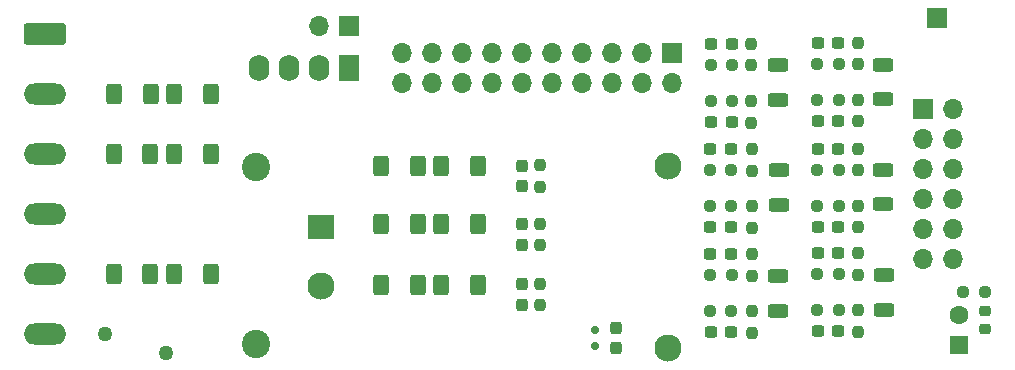
<source format=gbs>
G04 #@! TF.GenerationSoftware,KiCad,Pcbnew,7.0.0-da2b9df05c~163~ubuntu22.04.1*
G04 #@! TF.CreationDate,2023-02-25T14:43:59+01:00*
G04 #@! TF.ProjectId,power_board,706f7765-725f-4626-9f61-72642e6b6963,rev?*
G04 #@! TF.SameCoordinates,Original*
G04 #@! TF.FileFunction,Soldermask,Bot*
G04 #@! TF.FilePolarity,Negative*
%FSLAX46Y46*%
G04 Gerber Fmt 4.6, Leading zero omitted, Abs format (unit mm)*
G04 Created by KiCad (PCBNEW 7.0.0-da2b9df05c~163~ubuntu22.04.1) date 2023-02-25 14:43:59*
%MOMM*%
%LPD*%
G01*
G04 APERTURE LIST*
G04 Aperture macros list*
%AMRoundRect*
0 Rectangle with rounded corners*
0 $1 Rounding radius*
0 $2 $3 $4 $5 $6 $7 $8 $9 X,Y pos of 4 corners*
0 Add a 4 corners polygon primitive as box body*
4,1,4,$2,$3,$4,$5,$6,$7,$8,$9,$2,$3,0*
0 Add four circle primitives for the rounded corners*
1,1,$1+$1,$2,$3*
1,1,$1+$1,$4,$5*
1,1,$1+$1,$6,$7*
1,1,$1+$1,$8,$9*
0 Add four rect primitives between the rounded corners*
20,1,$1+$1,$2,$3,$4,$5,0*
20,1,$1+$1,$4,$5,$6,$7,0*
20,1,$1+$1,$6,$7,$8,$9,0*
20,1,$1+$1,$8,$9,$2,$3,0*%
G04 Aperture macros list end*
%ADD10R,1.700000X1.700000*%
%ADD11O,1.700000X1.700000*%
%ADD12R,1.600000X1.600000*%
%ADD13C,1.600000*%
%ADD14R,1.750000X2.250000*%
%ADD15O,1.750000X2.250000*%
%ADD16C,1.270000*%
%ADD17C,2.400000*%
%ADD18RoundRect,0.250000X-1.550000X0.650000X-1.550000X-0.650000X1.550000X-0.650000X1.550000X0.650000X0*%
%ADD19O,3.600000X1.800000*%
%ADD20R,2.300000X2.000000*%
%ADD21C,2.300000*%
%ADD22RoundRect,0.237500X-0.237500X0.300000X-0.237500X-0.300000X0.237500X-0.300000X0.237500X0.300000X0*%
%ADD23RoundRect,0.250000X-0.400000X-0.625000X0.400000X-0.625000X0.400000X0.625000X-0.400000X0.625000X0*%
%ADD24RoundRect,0.237500X-0.300000X-0.237500X0.300000X-0.237500X0.300000X0.237500X-0.300000X0.237500X0*%
%ADD25RoundRect,0.250000X0.625000X-0.312500X0.625000X0.312500X-0.625000X0.312500X-0.625000X-0.312500X0*%
%ADD26RoundRect,0.237500X-0.250000X-0.237500X0.250000X-0.237500X0.250000X0.237500X-0.250000X0.237500X0*%
%ADD27RoundRect,0.237500X-0.237500X0.250000X-0.237500X-0.250000X0.237500X-0.250000X0.237500X0.250000X0*%
%ADD28RoundRect,0.218750X0.256250X-0.218750X0.256250X0.218750X-0.256250X0.218750X-0.256250X-0.218750X0*%
%ADD29RoundRect,0.237500X0.237500X-0.300000X0.237500X0.300000X-0.237500X0.300000X-0.237500X-0.300000X0*%
%ADD30RoundRect,0.150000X0.200000X-0.150000X0.200000X0.150000X-0.200000X0.150000X-0.200000X-0.150000X0*%
%ADD31RoundRect,0.237500X0.250000X0.237500X-0.250000X0.237500X-0.250000X-0.237500X0.250000X-0.237500X0*%
G04 APERTURE END LIST*
D10*
G04 #@! TO.C,J9*
X165190999Y-88945999D03*
D11*
X165190999Y-91485999D03*
X162650999Y-88945999D03*
X162650999Y-91485999D03*
X160110999Y-88945999D03*
X160110999Y-91485999D03*
X157570999Y-88945999D03*
X157570999Y-91485999D03*
X155030999Y-88945999D03*
X155030999Y-91485999D03*
X152490999Y-88945999D03*
X152490999Y-91485999D03*
X149950999Y-88945999D03*
X149950999Y-91485999D03*
X147410999Y-88945999D03*
X147410999Y-91485999D03*
X144870999Y-88945999D03*
X144870999Y-91485999D03*
X142330999Y-88945999D03*
X142330999Y-91485999D03*
G04 #@! TD*
D10*
G04 #@! TO.C,J3*
X187598799Y-85979199D03*
G04 #@! TD*
G04 #@! TO.C,J1*
X137794999Y-86652999D03*
D11*
X135254999Y-86652999D03*
G04 #@! TD*
D10*
G04 #@! TO.C,J4*
X186404999Y-93649999D03*
D11*
X188944999Y-93649999D03*
X186404999Y-96189999D03*
X188944999Y-96189999D03*
X186404999Y-98729999D03*
X188944999Y-98729999D03*
X186404999Y-101269999D03*
X188944999Y-101269999D03*
X186404999Y-103809999D03*
X188944999Y-103809999D03*
X186404999Y-106349999D03*
X188944999Y-106349999D03*
G04 #@! TD*
D12*
G04 #@! TO.C,C6*
X189427599Y-113614399D03*
D13*
X189427600Y-111114400D03*
G04 #@! TD*
D14*
G04 #@! TO.C,PS2*
X137789999Y-90208999D03*
D15*
X135249999Y-90208999D03*
X132709999Y-90208999D03*
X130169999Y-90208999D03*
G04 #@! TD*
D16*
G04 #@! TO.C,F1*
X117190000Y-112700000D03*
X122290000Y-114300000D03*
G04 #@! TD*
D17*
G04 #@! TO.C,C1*
X129916000Y-98584000D03*
X129916000Y-113584000D03*
G04 #@! TD*
D18*
G04 #@! TO.C,J2*
X112110000Y-87300000D03*
D19*
X112109999Y-92379999D03*
X112109999Y-97459999D03*
X112109999Y-102539999D03*
X112109999Y-107619999D03*
X112109999Y-112699999D03*
G04 #@! TD*
D20*
G04 #@! TO.C,PS1*
X135440999Y-103663999D03*
D21*
X135441000Y-108664000D03*
X164841000Y-98464000D03*
X164841000Y-113864000D03*
G04 #@! TD*
D22*
G04 #@! TO.C,C5*
X152496000Y-108509000D03*
X152496000Y-110234000D03*
G04 #@! TD*
D23*
G04 #@! TO.C,R5*
X123006000Y-97448000D03*
X126106000Y-97448000D03*
G04 #@! TD*
D24*
G04 #@! TO.C,C48*
X168397500Y-97079000D03*
X170122500Y-97079000D03*
G04 #@! TD*
G04 #@! TO.C,C47*
X168397500Y-103683000D03*
X170122500Y-103683000D03*
G04 #@! TD*
D23*
G04 #@! TO.C,R9*
X140532000Y-108534400D03*
X143632000Y-108534400D03*
G04 #@! TD*
G04 #@! TO.C,R7*
X140532000Y-98476000D03*
X143632000Y-98476000D03*
G04 #@! TD*
D25*
G04 #@! TO.C,R78*
X174164666Y-92888000D03*
X174164666Y-89963000D03*
G04 #@! TD*
D24*
G04 #@! TO.C,C45*
X168476166Y-94789000D03*
X170201166Y-94789000D03*
G04 #@! TD*
D25*
G04 #@! TO.C,R65*
X183103000Y-110648500D03*
X183103000Y-107723500D03*
G04 #@! TD*
D26*
G04 #@! TO.C,R76*
X177465000Y-110710000D03*
X179290000Y-110710000D03*
G04 #@! TD*
D23*
G04 #@! TO.C,R2*
X117900000Y-97460000D03*
X121000000Y-97460000D03*
G04 #@! TD*
D24*
G04 #@! TO.C,C39*
X177493166Y-94666000D03*
X179218166Y-94666000D03*
G04 #@! TD*
D23*
G04 #@! TO.C,R12*
X145612000Y-108534400D03*
X148712000Y-108534400D03*
G04 #@! TD*
D26*
G04 #@! TO.C,R74*
X177443166Y-101867000D03*
X179268166Y-101867000D03*
G04 #@! TD*
D27*
G04 #@! TO.C,R82*
X171878666Y-88138000D03*
X171878666Y-89963000D03*
G04 #@! TD*
D25*
G04 #@! TO.C,R79*
X174213000Y-101778000D03*
X174213000Y-98853000D03*
G04 #@! TD*
D27*
G04 #@! TO.C,R69*
X180895666Y-97017500D03*
X180895666Y-98842500D03*
G04 #@! TD*
G04 #@! TO.C,R14*
X154020000Y-103379000D03*
X154020000Y-105204000D03*
G04 #@! TD*
G04 #@! TO.C,R15*
X154020000Y-108459000D03*
X154020000Y-110284000D03*
G04 #@! TD*
D23*
G04 #@! TO.C,R8*
X140532000Y-103429000D03*
X143632000Y-103429000D03*
G04 #@! TD*
D26*
G04 #@! TO.C,R75*
X177443166Y-98819000D03*
X179268166Y-98819000D03*
G04 #@! TD*
D22*
G04 #@! TO.C,C3*
X152496000Y-98476000D03*
X152496000Y-100201000D03*
G04 #@! TD*
D24*
G04 #@! TO.C,C44*
X177515000Y-105884000D03*
X179240000Y-105884000D03*
G04 #@! TD*
D25*
G04 #@! TO.C,R63*
X183054666Y-92826500D03*
X183054666Y-89901500D03*
G04 #@! TD*
D24*
G04 #@! TO.C,C49*
X168424000Y-112573000D03*
X170149000Y-112573000D03*
G04 #@! TD*
D27*
G04 #@! TO.C,R83*
X171927000Y-101881500D03*
X171927000Y-103706500D03*
G04 #@! TD*
G04 #@! TO.C,R81*
X171878666Y-92987500D03*
X171878666Y-94812500D03*
G04 #@! TD*
D28*
G04 #@! TO.C,D2*
X191638000Y-112332500D03*
X191638000Y-110757500D03*
G04 #@! TD*
D27*
G04 #@! TO.C,R84*
X171927000Y-97055500D03*
X171927000Y-98880500D03*
G04 #@! TD*
D26*
G04 #@! TO.C,R92*
X168374000Y-107747000D03*
X170199000Y-107747000D03*
G04 #@! TD*
D23*
G04 #@! TO.C,R1*
X117926000Y-92380000D03*
X121026000Y-92380000D03*
G04 #@! TD*
D26*
G04 #@! TO.C,R90*
X168347500Y-98857000D03*
X170172500Y-98857000D03*
G04 #@! TD*
D27*
G04 #@! TO.C,R70*
X180917500Y-110686500D03*
X180917500Y-112511500D03*
G04 #@! TD*
D25*
G04 #@! TO.C,R80*
X174112500Y-110733500D03*
X174112500Y-107808500D03*
G04 #@! TD*
D29*
G04 #@! TO.C,C2*
X160396000Y-113931500D03*
X160396000Y-112206500D03*
G04 #@! TD*
D24*
G04 #@! TO.C,C43*
X177515000Y-112488000D03*
X179240000Y-112488000D03*
G04 #@! TD*
D25*
G04 #@! TO.C,R64*
X183054666Y-101744000D03*
X183054666Y-98819000D03*
G04 #@! TD*
D23*
G04 #@! TO.C,R4*
X123032000Y-92368000D03*
X126132000Y-92368000D03*
G04 #@! TD*
D30*
G04 #@! TO.C,D1*
X158618000Y-112369000D03*
X158618000Y-113769000D03*
G04 #@! TD*
D26*
G04 #@! TO.C,R77*
X177465000Y-107662000D03*
X179290000Y-107662000D03*
G04 #@! TD*
G04 #@! TO.C,R73*
X177443166Y-89840000D03*
X179268166Y-89840000D03*
G04 #@! TD*
D23*
G04 #@! TO.C,R6*
X123006000Y-107608000D03*
X126106000Y-107608000D03*
G04 #@! TD*
D26*
G04 #@! TO.C,R91*
X168350500Y-110795000D03*
X170175500Y-110795000D03*
G04 #@! TD*
D23*
G04 #@! TO.C,R3*
X117900000Y-107620000D03*
X121000000Y-107620000D03*
G04 #@! TD*
D24*
G04 #@! TO.C,C46*
X168476166Y-88185000D03*
X170201166Y-88185000D03*
G04 #@! TD*
G04 #@! TO.C,C40*
X177493166Y-88062000D03*
X179218166Y-88062000D03*
G04 #@! TD*
G04 #@! TO.C,C42*
X177519666Y-97041000D03*
X179244666Y-97041000D03*
G04 #@! TD*
D26*
G04 #@! TO.C,R87*
X168426166Y-93011000D03*
X170251166Y-93011000D03*
G04 #@! TD*
D31*
G04 #@! TO.C,R22*
X191661500Y-109132000D03*
X189836500Y-109132000D03*
G04 #@! TD*
D27*
G04 #@! TO.C,R66*
X180895666Y-92864500D03*
X180895666Y-94689500D03*
G04 #@! TD*
D26*
G04 #@! TO.C,R89*
X168347500Y-101905000D03*
X170172500Y-101905000D03*
G04 #@! TD*
D27*
G04 #@! TO.C,R67*
X180895666Y-88038500D03*
X180895666Y-89863500D03*
G04 #@! TD*
G04 #@! TO.C,R13*
X154020000Y-98426000D03*
X154020000Y-100251000D03*
G04 #@! TD*
G04 #@! TO.C,R85*
X171953500Y-110771500D03*
X171953500Y-112596500D03*
G04 #@! TD*
D24*
G04 #@! TO.C,C50*
X168397500Y-105969000D03*
X170122500Y-105969000D03*
G04 #@! TD*
D26*
G04 #@! TO.C,R88*
X168426166Y-89963000D03*
X170251166Y-89963000D03*
G04 #@! TD*
G04 #@! TO.C,R72*
X177443166Y-92888000D03*
X179268166Y-92888000D03*
G04 #@! TD*
D24*
G04 #@! TO.C,C41*
X177493166Y-103645000D03*
X179218166Y-103645000D03*
G04 #@! TD*
D27*
G04 #@! TO.C,R71*
X180917500Y-105860500D03*
X180917500Y-107685500D03*
G04 #@! TD*
G04 #@! TO.C,R86*
X171953500Y-105945500D03*
X171953500Y-107770500D03*
G04 #@! TD*
D23*
G04 #@! TO.C,R11*
X145612000Y-103429000D03*
X148712000Y-103429000D03*
G04 #@! TD*
D27*
G04 #@! TO.C,R68*
X180895666Y-101843500D03*
X180895666Y-103668500D03*
G04 #@! TD*
D22*
G04 #@! TO.C,C4*
X152496000Y-103429000D03*
X152496000Y-105154000D03*
G04 #@! TD*
D23*
G04 #@! TO.C,R10*
X145612000Y-98476000D03*
X148712000Y-98476000D03*
G04 #@! TD*
M02*

</source>
